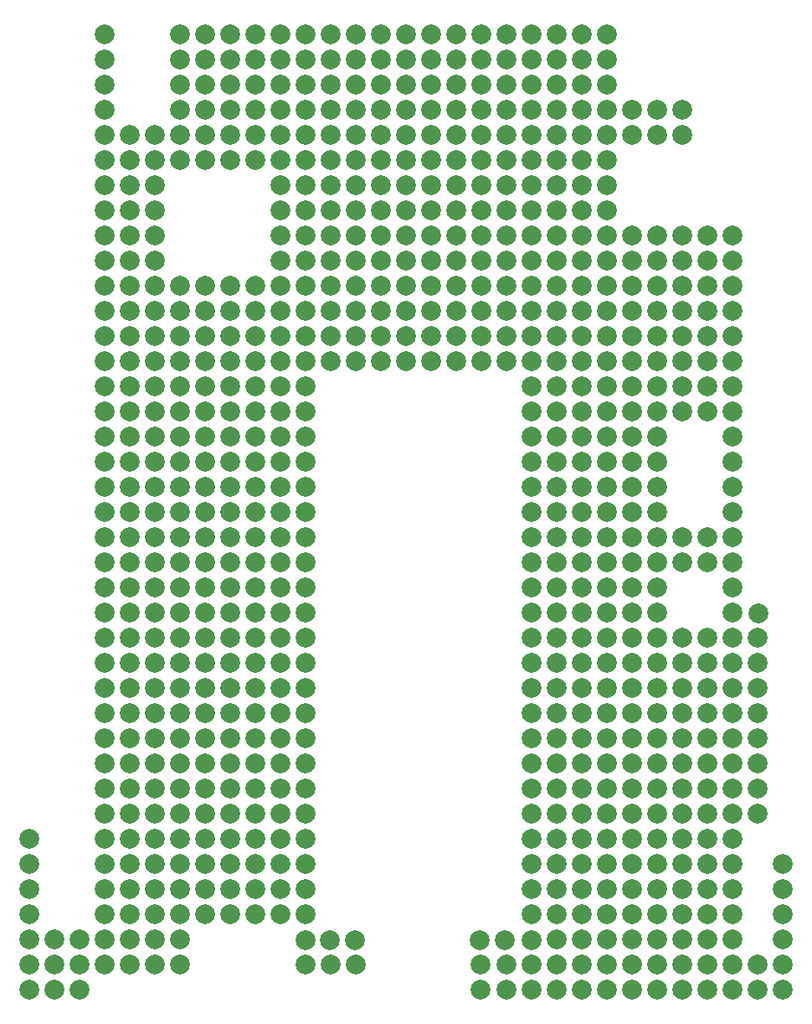
<source format=gbr>
%TF.GenerationSoftware,KiCad,Pcbnew,(6.0.7)*%
%TF.CreationDate,2022-12-29T16:14:02-06:00*%
%TF.ProjectId,DevBoard_Addon,44657642-6f61-4726-945f-4164646f6e2e,0b*%
%TF.SameCoordinates,Original*%
%TF.FileFunction,Soldermask,Bot*%
%TF.FilePolarity,Negative*%
%FSLAX46Y46*%
G04 Gerber Fmt 4.6, Leading zero omitted, Abs format (unit mm)*
G04 Created by KiCad (PCBNEW (6.0.7)) date 2022-12-29 16:14:02*
%MOMM*%
%LPD*%
G01*
G04 APERTURE LIST*
%ADD10C,2.000000*%
G04 APERTURE END LIST*
D10*
%TO.C,REF\u002A\u002A826*%
X163090000Y-90820000D03*
%TD*%
%TO.C,REF\u002A\u002A406*%
X163090000Y-60340000D03*
%TD*%
%TO.C,REF\u002A\u002A332*%
X152930000Y-55260000D03*
%TD*%
%TO.C,REF\u002A\u002A1250*%
X173250000Y-121300000D03*
%TD*%
%TO.C,REF\u002A\u002A1059*%
X132610000Y-108600000D03*
%TD*%
%TO.C,REF\u002A\u002A640*%
X135150000Y-78120000D03*
%TD*%
%TO.C,REF\u002A\u002A1349*%
X155390000Y-128920000D03*
%TD*%
%TO.C,REF\u002A\u002A1180*%
X173250000Y-116220000D03*
%TD*%
%TO.C,REF\u002A\u002A1093*%
X130070000Y-111140000D03*
%TD*%
%TO.C,REF\u002A\u002A1155*%
X109750000Y-116220000D03*
%TD*%
%TO.C,REF\u002A\u002A1261*%
X112290000Y-123840000D03*
%TD*%
%TO.C,REF\u002A\u002A1143*%
X168170000Y-113680000D03*
%TD*%
%TO.C,REF\u002A\u002A342*%
X178330000Y-55260000D03*
%TD*%
%TO.C,REF\u002A\u002A935*%
X173250000Y-98440000D03*
%TD*%
%TO.C,REF\u002A\u002A564*%
X119910000Y-73040000D03*
%TD*%
%TO.C,REF\u002A\u002A459*%
X119910000Y-65420000D03*
%TD*%
%TO.C,REF\u002A\u002A901*%
X175790000Y-95900000D03*
%TD*%
%TO.C,REF\u002A\u002A618*%
X168170000Y-75580000D03*
%TD*%
%TO.C,REF\u002A\u002A494*%
X119910000Y-67960000D03*
%TD*%
%TO.C,REF\u002A\u002A793*%
X168170000Y-88280000D03*
%TD*%
%TO.C,REF\u002A\u002A85*%
X147850000Y-37480000D03*
%TD*%
%TO.C,REF\u002A\u002A223*%
X142770000Y-47640000D03*
%TD*%
%TO.C,REF\u002A\u002A389*%
X119910000Y-60340000D03*
%TD*%
%TO.C,REF\u002A\u002A461*%
X124990000Y-65420000D03*
%TD*%
%TO.C,REF\u002A\u002A1009*%
X183410000Y-103520000D03*
%TD*%
%TO.C,REF\u002A\u002A160*%
X160550000Y-42560000D03*
%TD*%
%TO.C,REF\u002A\u002A434*%
X145310000Y-62880000D03*
%TD*%
%TO.C,REF\u002A\u002A969*%
X170710000Y-100980000D03*
%TD*%
%TO.C,REF\u002A\u002A635*%
X122450000Y-78120000D03*
%TD*%
%TO.C,REF\u002A\u002A470*%
X147850000Y-65420000D03*
%TD*%
%TO.C,REF\u002A\u002A688*%
X168170000Y-80660000D03*
%TD*%
%TO.C,REF\u002A\u002A570*%
X135150000Y-73040000D03*
%TD*%
%TO.C,REF\u002A\u002A250*%
X122450000Y-50180000D03*
%TD*%
%TO.C,REF\u002A\u002A290*%
X135150000Y-52720000D03*
%TD*%
%TO.C,REF\u002A\u002A1198*%
X130070000Y-118760000D03*
%TD*%
%TO.C,REF\u002A\u002A130*%
X173250000Y-40020000D03*
%TD*%
%TO.C,REF\u002A\u002A73*%
X117370000Y-37480000D03*
%TD*%
%TO.C,REF\u002A\u002A1215*%
X173250000Y-118760000D03*
%TD*%
%TO.C,REF\u002A\u002A651*%
X163090000Y-78120000D03*
%TD*%
%TO.C,REF\u002A\u002A707*%
X127530000Y-83200000D03*
%TD*%
%TO.C,REF\u002A\u002A603*%
X130070000Y-75580000D03*
%TD*%
%TO.C,REF\u002A\u002A955*%
X135150000Y-100980000D03*
%TD*%
%TO.C,REF\u002A\u002A1299*%
X119910000Y-126380000D03*
%TD*%
%TO.C,REF\u002A\u002A619*%
X170710000Y-75580000D03*
%TD*%
%TO.C,REF\u002A\u002A1131*%
X137690000Y-113680000D03*
%TD*%
%TO.C,REF\u002A\u002A499*%
X132610000Y-67960000D03*
%TD*%
%TO.C,REF\u002A\u002A477*%
X165630000Y-65420000D03*
%TD*%
%TO.C,REF\u002A\u002A1021*%
X124990000Y-106060000D03*
%TD*%
%TO.C,REF\u002A\u002A1060*%
X135150000Y-108600000D03*
%TD*%
%TO.C,REF\u002A\u002A536*%
X137690000Y-70500000D03*
%TD*%
%TO.C,REF\u002A\u002A583*%
X168170000Y-73040000D03*
%TD*%
%TO.C,REF\u002A\u002A473*%
X155470000Y-65420000D03*
%TD*%
%TO.C,REF\u002A\u002A159*%
X158010000Y-42560000D03*
%TD*%
%TO.C,REF\u002A\u002A672*%
X127530000Y-80660000D03*
%TD*%
%TO.C,REF\u002A\u002A755*%
X160550000Y-85740000D03*
%TD*%
%TO.C,REF\u002A\u002A428*%
X130070000Y-62880000D03*
%TD*%
%TO.C,REF\u002A\u002A1022*%
X127530000Y-106060000D03*
%TD*%
%TO.C,REF\u002A\u002A1141*%
X163090000Y-113680000D03*
%TD*%
%TO.C,REF\u002A\u002A777*%
X127530000Y-88280000D03*
%TD*%
%TO.C,REF\u002A\u002A115*%
X135150000Y-40020000D03*
%TD*%
%TO.C,REF\u002A\u002A307*%
X178330000Y-52720000D03*
%TD*%
%TO.C,REF\u002A\u002A396*%
X137690000Y-60340000D03*
%TD*%
%TO.C,REF\u002A\u002A617*%
X165630000Y-75580000D03*
%TD*%
%TO.C,REF\u002A\u002A152*%
X140230000Y-42560000D03*
%TD*%
%TO.C,REF\u002A\u002A326*%
X137690000Y-55260000D03*
%TD*%
%TO.C,REF\u002A\u002A388*%
X117370000Y-60340000D03*
%TD*%
%TO.C,REF\u002A\u002A155*%
X147850000Y-42560000D03*
%TD*%
%TO.C,REF\u002A\u002A658*%
X180870000Y-78120000D03*
%TD*%
%TO.C,REF\u002A\u002A774*%
X119910000Y-88280000D03*
%TD*%
%TO.C,REF\u002A\u002A516*%
X175790000Y-67960000D03*
%TD*%
%TO.C,REF\u002A\u002A356*%
X124990000Y-57800000D03*
%TD*%
%TO.C,REF\u002A\u002A582*%
X165630000Y-73040000D03*
%TD*%
%TO.C,REF\u002A\u002A863*%
X168170000Y-93360000D03*
%TD*%
%TO.C,REF\u002A\u002A229*%
X158010000Y-47640000D03*
%TD*%
%TO.C,REF\u002A\u002A87*%
X152930000Y-37480000D03*
%TD*%
%TO.C,REF\u002A\u002A530*%
X122450000Y-70500000D03*
%TD*%
%TO.C,REF\u002A\u002A190*%
X147850000Y-45100000D03*
%TD*%
%TO.C,REF\u002A\u002A53*%
X155470000Y-34940000D03*
%TD*%
%TO.C,REF\u002A\u002A1321*%
X175790000Y-126380000D03*
%TD*%
%TO.C,REF\u002A\u002A261*%
X150390000Y-50180000D03*
%TD*%
%TO.C,REF\u002A\u002A1035*%
X160550000Y-106060000D03*
%TD*%
%TO.C,REF\u002A\u002A989*%
X132610000Y-103520000D03*
%TD*%
%TO.C,REF\u002A\u002A1159*%
X119910000Y-116220000D03*
%TD*%
%TO.C,REF\u002A\u002A1284*%
X170710000Y-123840000D03*
%TD*%
%TO.C,REF\u002A\u002A513*%
X168170000Y-67960000D03*
%TD*%
%TO.C,REF\u002A\u002A518*%
X180870000Y-67960000D03*
%TD*%
%TO.C,REF\u002A\u002A423*%
X117370000Y-62880000D03*
%TD*%
%TO.C,REF\u002A\u002A9*%
X132610000Y-32400000D03*
%TD*%
%TO.C,REF\u002A\u002A722*%
X165630000Y-83200000D03*
%TD*%
%TO.C,REF\u002A\u002A185*%
X135150000Y-45100000D03*
%TD*%
%TO.C,REF\u002A\u002A230*%
X160550000Y-47640000D03*
%TD*%
%TO.C,REF\u002A\u002A1106*%
X163090000Y-111140000D03*
%TD*%
%TO.C,REF\u002A\u002A1089*%
X119910000Y-111140000D03*
%TD*%
%TO.C,REF\u002A\u002A675*%
X135150000Y-80660000D03*
%TD*%
%TO.C,REF\u002A\u002A920*%
X135150000Y-98440000D03*
%TD*%
%TO.C,REF\u002A\u002A1225*%
X109750000Y-121300000D03*
%TD*%
%TO.C,REF\u002A\u002A1095*%
X135150000Y-111140000D03*
%TD*%
%TO.C,REF\u002A\u002A391*%
X124990000Y-60340000D03*
%TD*%
%TO.C,REF\u002A\u002A78*%
X130070000Y-37480000D03*
%TD*%
%TO.C,REF\u002A\u002A790*%
X160550000Y-88280000D03*
%TD*%
%TO.C,REF\u002A\u002A1295*%
X109750000Y-126380000D03*
%TD*%
%TO.C,REF\u002A\u002A634*%
X119910000Y-78120000D03*
%TD*%
%TO.C,REF\u002A\u002A373*%
X168170000Y-57800000D03*
%TD*%
%TO.C,REF\u002A\u002A124*%
X158010000Y-40020000D03*
%TD*%
%TO.C,REF\u002A\u002A598*%
X117370000Y-75580000D03*
%TD*%
%TO.C,REF\u002A\u002A885*%
X135150000Y-95900000D03*
%TD*%
%TO.C,REF\u002A\u002A1124*%
X119910000Y-113680000D03*
%TD*%
%TO.C,REF\u002A\u002A458*%
X117370000Y-65420000D03*
%TD*%
%TO.C,REF\u002A\u002A1228*%
X117370000Y-121300000D03*
%TD*%
%TO.C,REF\u002A\u002A1349*%
X158010000Y-128920000D03*
%TD*%
%TO.C,REF\u002A\u002A531*%
X124990000Y-70500000D03*
%TD*%
%TO.C,REF\u002A\u002A1037*%
X165630000Y-106060000D03*
%TD*%
%TO.C,REF\u002A\u002A397*%
X140230000Y-60340000D03*
%TD*%
%TO.C,REF\u002A\u002A1108*%
X168170000Y-111140000D03*
%TD*%
%TO.C,REF\u002A\u002A215*%
X122450000Y-47640000D03*
%TD*%
%TO.C,REF\u002A\u002A432*%
X140230000Y-62880000D03*
%TD*%
%TO.C,REF\u002A\u002A571*%
X137690000Y-73040000D03*
%TD*%
%TO.C,REF\u002A\u002A424*%
X119910000Y-62880000D03*
%TD*%
%TO.C,REF\u002A\u002A813*%
X130070000Y-90820000D03*
%TD*%
%TO.C,REF\u002A\u002A123*%
X155470000Y-40020000D03*
%TD*%
%TO.C,REF\u002A\u002A1212*%
X165630000Y-118760000D03*
%TD*%
%TO.C,REF\u002A\u002A548*%
X168170000Y-70500000D03*
%TD*%
%TO.C,REF\u002A\u002A639*%
X132610000Y-78120000D03*
%TD*%
%TO.C,REF\u002A\u002A568*%
X130070000Y-73040000D03*
%TD*%
%TO.C,REF\u002A\u002A916*%
X124990000Y-98440000D03*
%TD*%
%TO.C,REF\u002A\u002A1245*%
X160550000Y-121300000D03*
%TD*%
%TO.C,REF\u002A\u002A1252*%
X178330000Y-121300000D03*
%TD*%
%TO.C,REF\u002A\u002A932*%
X165630000Y-98440000D03*
%TD*%
%TO.C,REF\u002A\u002A283*%
X117370000Y-52720000D03*
%TD*%
%TO.C,REF\u002A\u002A126*%
X163090000Y-40020000D03*
%TD*%
%TO.C,REF\u002A\u002A812*%
X127530000Y-90820000D03*
%TD*%
%TO.C,REF\u002A\u002A493*%
X117370000Y-67960000D03*
%TD*%
%TO.C,REF\u002A\u002A158*%
X155470000Y-42560000D03*
%TD*%
%TO.C,REF\u002A\u002A180*%
X122450000Y-45100000D03*
%TD*%
%TO.C,REF\u002A\u002A256*%
X137690000Y-50180000D03*
%TD*%
%TO.C,REF\u002A\u002A302*%
X165630000Y-52720000D03*
%TD*%
%TO.C,REF\u002A\u002A303*%
X168170000Y-52720000D03*
%TD*%
%TO.C,REF\u002A\u002A258*%
X142770000Y-50180000D03*
%TD*%
%TO.C,REF\u002A\u002A284*%
X119910000Y-52720000D03*
%TD*%
%TO.C,REF\u002A\u002A914*%
X119910000Y-98440000D03*
%TD*%
%TO.C,REF\u002A\u002A149*%
X132610000Y-42560000D03*
%TD*%
%TO.C,REF\u002A\u002A1076*%
X175790000Y-108600000D03*
%TD*%
%TO.C,REF\u002A\u002A145*%
X122450000Y-42560000D03*
%TD*%
%TO.C,REF\u002A\u002A179*%
X119910000Y-45100000D03*
%TD*%
%TO.C,REF\u002A\u002A721*%
X163090000Y-83200000D03*
%TD*%
%TO.C,REF\u002A\u002A763*%
X180870000Y-85740000D03*
%TD*%
%TO.C,REF\u002A\u002A119*%
X145310000Y-40020000D03*
%TD*%
%TO.C,REF\u002A\u002A227*%
X152930000Y-47640000D03*
%TD*%
%TO.C,REF\u002A\u002A1325*%
X185950000Y-126380000D03*
%TD*%
%TO.C,REF\u002A\u002A616*%
X163090000Y-75580000D03*
%TD*%
%TO.C,REF\u002A\u002A1109*%
X170710000Y-111140000D03*
%TD*%
%TO.C,REF\u002A\u002A182*%
X127530000Y-45100000D03*
%TD*%
%TO.C,REF\u002A\u002A188*%
X142770000Y-45100000D03*
%TD*%
%TO.C,REF\u002A\u002A143*%
X117370000Y-42560000D03*
%TD*%
%TO.C,REF\u002A\u002A57*%
X165630000Y-34940000D03*
%TD*%
%TO.C,REF\u002A\u002A259*%
X145310000Y-50180000D03*
%TD*%
%TO.C,REF\u002A\u002A650*%
X160550000Y-78120000D03*
%TD*%
%TO.C,REF\u002A\u002A498*%
X130070000Y-67960000D03*
%TD*%
%TO.C,REF\u002A\u002A919*%
X132610000Y-98440000D03*
%TD*%
%TO.C,REF\u002A\u002A304*%
X170710000Y-52720000D03*
%TD*%
%TO.C,REF\u002A\u002A390*%
X122450000Y-60340000D03*
%TD*%
%TO.C,REF\u002A\u002A292*%
X140230000Y-52720000D03*
%TD*%
%TO.C,REF\u002A\u002A676*%
X137690000Y-80660000D03*
%TD*%
%TO.C,REF\u002A\u002A1071*%
X163090000Y-108600000D03*
%TD*%
%TO.C,REF\u002A\u002A938*%
X180870000Y-98440000D03*
%TD*%
%TO.C,REF\u002A\u002A264*%
X158010000Y-50180000D03*
%TD*%
%TO.C,REF\u002A\u002A1286*%
X175790000Y-123840000D03*
%TD*%
%TO.C,REF\u002A\u002A1183*%
X180870000Y-116220000D03*
%TD*%
%TO.C,REF\u002A\u002A983*%
X117370000Y-103520000D03*
%TD*%
%TO.C,REF\u002A\u002A1262*%
X114830000Y-123840000D03*
%TD*%
%TO.C,REF\u002A\u002A1041*%
X175790000Y-106060000D03*
%TD*%
%TO.C,REF\u002A\u002A295*%
X147850000Y-52720000D03*
%TD*%
%TO.C,REF\u002A\u002A1300*%
X122450000Y-126380000D03*
%TD*%
%TO.C,REF\u002A\u002A1263*%
X117370000Y-123840000D03*
%TD*%
%TO.C,REF\u002A\u002A741*%
X124990000Y-85740000D03*
%TD*%
%TO.C,REF\u002A\u002A1301*%
X124990000Y-126380000D03*
%TD*%
%TO.C,REF\u002A\u002A738*%
X117370000Y-85740000D03*
%TD*%
%TO.C,REF\u002A\u002A165*%
X173250000Y-42560000D03*
%TD*%
%TO.C,REF\u002A\u002A249*%
X119910000Y-50180000D03*
%TD*%
%TO.C,REF\u002A\u002A601*%
X124990000Y-75580000D03*
%TD*%
%TO.C,REF\u002A\u002A547*%
X165630000Y-70500000D03*
%TD*%
%TO.C,REF\u002A\u002A8*%
X130070000Y-32400000D03*
%TD*%
%TO.C,REF\u002A\u002A878*%
X117370000Y-95900000D03*
%TD*%
%TO.C,REF\u002A\u002A791*%
X163090000Y-88280000D03*
%TD*%
%TO.C,REF\u002A\u002A1247*%
X165630000Y-121300000D03*
%TD*%
%TO.C,REF\u002A\u002A1185*%
X185950000Y-116220000D03*
%TD*%
%TO.C,REF\u002A\u002A196*%
X163090000Y-45100000D03*
%TD*%
%TO.C,REF\u002A\u002A1179*%
X170710000Y-116220000D03*
%TD*%
%TO.C,REF\u002A\u002A407*%
X165630000Y-60340000D03*
%TD*%
%TO.C,REF\u002A\u002A778*%
X130070000Y-88280000D03*
%TD*%
%TO.C,REF\u002A\u002A655*%
X173250000Y-78120000D03*
%TD*%
%TO.C,REF\u002A\u002A939*%
X183410000Y-98440000D03*
%TD*%
%TO.C,REF\u002A\u002A1092*%
X127530000Y-111140000D03*
%TD*%
%TO.C,REF\u002A\u002A440*%
X160550000Y-62880000D03*
%TD*%
%TO.C,REF\u002A\u002A6*%
X124990000Y-32400000D03*
%TD*%
%TO.C,REF\u002A\u002A1023*%
X130070000Y-106060000D03*
%TD*%
%TO.C,REF\u002A\u002A291*%
X137690000Y-52720000D03*
%TD*%
%TO.C,REF\u002A\u002A84*%
X145310000Y-37480000D03*
%TD*%
%TO.C,REF\u002A\u002A495*%
X122450000Y-67960000D03*
%TD*%
%TO.C,REF\u002A\u002A195*%
X160550000Y-45100000D03*
%TD*%
%TO.C,REF\u002A\u002A1164*%
X132610000Y-116220000D03*
%TD*%
%TO.C,REF\u002A\u002A157*%
X152930000Y-42560000D03*
%TD*%
%TO.C,REF\u002A\u002A11*%
X137690000Y-32400000D03*
%TD*%
%TO.C,REF\u002A\u002A865*%
X173250000Y-93360000D03*
%TD*%
%TO.C,REF\u002A\u002A1216*%
X175790000Y-118760000D03*
%TD*%
%TO.C,REF\u002A\u002A1280*%
X160550000Y-123900000D03*
%TD*%
%TO.C,*%
X142700000Y-123900000D03*
%TD*%
%TO.C,REF\u002A\u002A128*%
X168170000Y-40020000D03*
%TD*%
%TO.C,REF\u002A\u002A950*%
X122450000Y-100980000D03*
%TD*%
%TO.C,REF\u002A\u002A966*%
X163090000Y-100980000D03*
%TD*%
%TO.C,REF\u002A\u002A260*%
X147850000Y-50180000D03*
%TD*%
%TO.C,REF\u002A\u002A114*%
X132610000Y-40020000D03*
%TD*%
%TO.C,REF\u002A\u002A248*%
X117370000Y-50180000D03*
%TD*%
%TO.C,REF\u002A\u002A81*%
X137690000Y-37480000D03*
%TD*%
%TO.C,REF\u002A\u002A464*%
X132610000Y-65420000D03*
%TD*%
%TO.C,REF\u002A\u002A1297*%
X114830000Y-126380000D03*
%TD*%
%TO.C,REF\u002A\u002A479*%
X170710000Y-65420000D03*
%TD*%
%TO.C,REF\u002A\u002A194*%
X158010000Y-45100000D03*
%TD*%
%TO.C,REF\u002A\u002A340*%
X173250000Y-55260000D03*
%TD*%
%TO.C,REF\u002A\u002A514*%
X170710000Y-67960000D03*
%TD*%
%TO.C,REF\u002A\u002A23*%
X168170000Y-32400000D03*
%TD*%
%TO.C,REF\u002A\u002A1281*%
X163090000Y-123840000D03*
%TD*%
%TO.C,REF\u002A\u002A895*%
X160550000Y-95900000D03*
%TD*%
%TO.C,REF\u002A\u002A228*%
X155470000Y-47640000D03*
%TD*%
%TO.C,REF\u002A\u002A600*%
X122450000Y-75580000D03*
%TD*%
%TO.C,REF\u002A\u002A869*%
X183410000Y-93360000D03*
%TD*%
%TO.C,REF\u002A\u002A1044*%
X183410000Y-106060000D03*
%TD*%
%TO.C,REF\u002A\u002A1039*%
X170710000Y-106060000D03*
%TD*%
%TO.C,REF\u002A\u002A1148*%
X180870000Y-113680000D03*
%TD*%
%TO.C,REF\u002A\u002A257*%
X140230000Y-50180000D03*
%TD*%
%TO.C,REF\u002A\u002A728*%
X180870000Y-83200000D03*
%TD*%
%TO.C,REF\u002A\u002A1359*%
X183410000Y-128920000D03*
%TD*%
%TO.C,REF\u002A\u002A1000*%
X160550000Y-103520000D03*
%TD*%
%TO.C,REF\u002A\u002A1265*%
X122450000Y-123840000D03*
%TD*%
%TO.C,REF\u002A\u002A623*%
X180870000Y-75580000D03*
%TD*%
%TO.C,REF\u002A\u002A1094*%
X132610000Y-111140000D03*
%TD*%
%TO.C,REF\u002A\u002A829*%
X170710000Y-90820000D03*
%TD*%
%TO.C,REF\u002A\u002A372*%
X165630000Y-57800000D03*
%TD*%
%TO.C,REF\u002A\u002A546*%
X163090000Y-70500000D03*
%TD*%
%TO.C,REF\u002A\u002A151*%
X137690000Y-42560000D03*
%TD*%
%TO.C,REF\u002A\u002A47*%
X140230000Y-34940000D03*
%TD*%
%TO.C,REF\u002A\u002A1008*%
X180870000Y-103520000D03*
%TD*%
%TO.C,REF\u002A\u002A233*%
X168170000Y-47640000D03*
%TD*%
%TO.C,REF\u002A\u002A810*%
X122450000Y-90820000D03*
%TD*%
%TO.C,REF\u002A\u002A899*%
X170710000Y-95900000D03*
%TD*%
%TO.C,REF\u002A\u002A851*%
X137690000Y-93360000D03*
%TD*%
%TO.C,REF\u002A\u002A467*%
X140230000Y-65420000D03*
%TD*%
%TO.C,REF\u002A\u002A265*%
X160550000Y-50180000D03*
%TD*%
%TO.C,REF\u002A\u002A1317*%
X165630000Y-126380000D03*
%TD*%
%TO.C,REF\u002A\u002A76*%
X124990000Y-37480000D03*
%TD*%
%TO.C,REF\u002A\u002A1266*%
X124990000Y-123840000D03*
%TD*%
%TO.C,REF\u002A\u002A285*%
X122450000Y-52720000D03*
%TD*%
%TO.C,REF\u002A\u002A331*%
X150390000Y-55260000D03*
%TD*%
%TO.C,REF\u002A\u002A113*%
X130070000Y-40020000D03*
%TD*%
%TO.C,REF\u002A\u002A336*%
X163090000Y-55260000D03*
%TD*%
%TO.C,REF\u002A\u002A20*%
X160550000Y-32400000D03*
%TD*%
%TO.C,REF\u002A\u002A1130*%
X135150000Y-113680000D03*
%TD*%
%TO.C,REF\u002A\u002A338*%
X168170000Y-55260000D03*
%TD*%
%TO.C,REF\u002A\u002A183*%
X130070000Y-45100000D03*
%TD*%
%TO.C,REF\u002A\u002A1260*%
X109750000Y-123840000D03*
%TD*%
%TO.C,REF\u002A\u002A1110*%
X173250000Y-111140000D03*
%TD*%
%TO.C,REF\u002A\u002A1331*%
X112290000Y-128920000D03*
%TD*%
%TO.C,REF\u002A\u002A669*%
X119910000Y-80660000D03*
%TD*%
%TO.C,REF\u002A\u002A1182*%
X178330000Y-116220000D03*
%TD*%
%TO.C,REF\u002A\u002A50*%
X147850000Y-34940000D03*
%TD*%
%TO.C,REF\u002A\u002A1285*%
X173250000Y-123840000D03*
%TD*%
%TO.C,REF\u002A\u002A1236*%
X137690000Y-121300000D03*
%TD*%
%TO.C,REF\u002A\u002A1358*%
X180870000Y-128920000D03*
%TD*%
%TO.C,REF\u002A\u002A148*%
X130070000Y-42560000D03*
%TD*%
%TO.C,REF\u002A\u002A357*%
X127530000Y-57800000D03*
%TD*%
%TO.C,REF\u002A\u002A1220*%
X185950000Y-118760000D03*
%TD*%
%TO.C,REF\u002A\u002A121*%
X150390000Y-40020000D03*
%TD*%
%TO.C,REF\u002A\u002A792*%
X165630000Y-88280000D03*
%TD*%
%TO.C,REF\u002A\u002A951*%
X124990000Y-100980000D03*
%TD*%
%TO.C,REF\u002A\u002A308*%
X180870000Y-52720000D03*
%TD*%
%TO.C,REF\u002A\u002A472*%
X152930000Y-65420000D03*
%TD*%
%TO.C,REF\u002A\u002A900*%
X173250000Y-95900000D03*
%TD*%
%TO.C,REF\u002A\u002A706*%
X124990000Y-83200000D03*
%TD*%
%TO.C,REF\u002A\u002A1040*%
X173250000Y-106060000D03*
%TD*%
%TO.C,REF\u002A\u002A448*%
X180870000Y-62880000D03*
%TD*%
%TO.C,REF\u002A\u002A426*%
X124990000Y-62880000D03*
%TD*%
%TO.C,REF\u002A\u002A918*%
X130070000Y-98440000D03*
%TD*%
%TO.C,REF\u002A\u002A49*%
X145310000Y-34940000D03*
%TD*%
%TO.C,REF\u002A\u002A184*%
X132610000Y-45100000D03*
%TD*%
%TO.C,REF\u002A\u002A971*%
X175790000Y-100980000D03*
%TD*%
%TO.C,REF\u002A\u002A478*%
X168170000Y-65420000D03*
%TD*%
%TO.C,REF\u002A\u002A1026*%
X137690000Y-106060000D03*
%TD*%
%TO.C,REF\u002A\u002A1160*%
X122450000Y-116220000D03*
%TD*%
%TO.C,REF\u002A\u002A881*%
X124990000Y-95900000D03*
%TD*%
%TO.C,REF\u002A\u002A46*%
X137690000Y-34940000D03*
%TD*%
%TO.C,REF\u002A\u002A404*%
X158010000Y-60340000D03*
%TD*%
%TO.C,REF\u002A\u002A795*%
X173250000Y-88280000D03*
%TD*%
%TO.C,REF\u002A\u002A429*%
X132610000Y-62880000D03*
%TD*%
%TO.C,REF\u002A\u002A156*%
X150390000Y-42560000D03*
%TD*%
%TO.C,REF\u002A\u002A15*%
X147850000Y-32400000D03*
%TD*%
%TO.C,REF\u002A\u002A1235*%
X135150000Y-121300000D03*
%TD*%
%TO.C,REF\u002A\u002A569*%
X132610000Y-73040000D03*
%TD*%
%TO.C,REF\u002A\u002A362*%
X140230000Y-57800000D03*
%TD*%
%TO.C,REF\u002A\u002A1091*%
X124990000Y-111140000D03*
%TD*%
%TO.C,REF\u002A\u002A131*%
X175790000Y-40020000D03*
%TD*%
%TO.C,REF\u002A\u002A550*%
X173250000Y-70500000D03*
%TD*%
%TO.C,REF\u002A\u002A374*%
X170710000Y-57800000D03*
%TD*%
%TO.C,REF\u002A\u002A435*%
X147850000Y-62880000D03*
%TD*%
%TO.C,REF\u002A\u002A584*%
X170710000Y-73040000D03*
%TD*%
%TO.C,REF\u002A\u002A80*%
X135150000Y-37480000D03*
%TD*%
%TO.C,REF\u002A\u002A224*%
X145310000Y-47640000D03*
%TD*%
%TO.C,REF\u002A\u002A368*%
X155470000Y-57800000D03*
%TD*%
%TO.C,REF\u002A\u002A1330*%
X109750000Y-128920000D03*
%TD*%
%TO.C,REF\u002A\u002A990*%
X135150000Y-103520000D03*
%TD*%
%TO.C,REF\u002A\u002A973*%
X180870000Y-100980000D03*
%TD*%
%TO.C,REF\u002A\u002A1181*%
X175790000Y-116220000D03*
%TD*%
%TO.C,REF\u002A\u002A1018*%
X117370000Y-106060000D03*
%TD*%
%TO.C,REF\u002A\u002A758*%
X168170000Y-85740000D03*
%TD*%
%TO.C,REF\u002A\u002A327*%
X140230000Y-55260000D03*
%TD*%
%TO.C,REF\u002A\u002A1088*%
X117370000Y-111140000D03*
%TD*%
%TO.C,REF\u002A\u002A438*%
X155470000Y-62880000D03*
%TD*%
%TO.C,REF\u002A\u002A430*%
X135150000Y-62880000D03*
%TD*%
%TO.C,REF\u002A\u002A703*%
X117370000Y-83200000D03*
%TD*%
%TO.C,REF\u002A\u002A411*%
X175790000Y-60340000D03*
%TD*%
%TO.C,REF\u002A\u002A263*%
X155470000Y-50180000D03*
%TD*%
%TO.C,REF\u002A\u002A38*%
X117370000Y-34940000D03*
%TD*%
%TO.C,REF\u002A\u002A988*%
X130070000Y-103520000D03*
%TD*%
%TO.C,REF\u002A\u002A1166*%
X137690000Y-116220000D03*
%TD*%
%TO.C,REF\u002A\u002A1123*%
X117370000Y-113680000D03*
%TD*%
%TO.C,REF\u002A\u002A1324*%
X183410000Y-126380000D03*
%TD*%
%TO.C,REF\u002A\u002A187*%
X140230000Y-45100000D03*
%TD*%
%TO.C,*%
X157830000Y-123900000D03*
%TD*%
%TO.C,REF\u002A\u002A1306*%
X137690000Y-126380000D03*
%TD*%
%TO.C,REF\u002A\u002A401*%
X150390000Y-60340000D03*
%TD*%
%TO.C,REF\u002A\u002A726*%
X175790000Y-83200000D03*
%TD*%
%TO.C,REF\u002A\u002A933*%
X168170000Y-98440000D03*
%TD*%
%TO.C,REF\u002A\u002A328*%
X142770000Y-55260000D03*
%TD*%
%TO.C,REF\u002A\u002A501*%
X137690000Y-67960000D03*
%TD*%
%TO.C,REF\u002A\u002A1043*%
X180870000Y-106060000D03*
%TD*%
%TO.C,REF\u002A\u002A1006*%
X175790000Y-103520000D03*
%TD*%
%TO.C,REF\u002A\u002A967*%
X165630000Y-100980000D03*
%TD*%
%TO.C,REF\u002A\u002A439*%
X158010000Y-62880000D03*
%TD*%
%TO.C,REF\u002A\u002A460*%
X122450000Y-65420000D03*
%TD*%
%TO.C,REF\u002A\u002A757*%
X165630000Y-85740000D03*
%TD*%
%TO.C,REF\u002A\u002A164*%
X170710000Y-42560000D03*
%TD*%
%TO.C,REF\u002A\u002A431*%
X137690000Y-62880000D03*
%TD*%
%TO.C,REF\u002A\u002A860*%
X160550000Y-93360000D03*
%TD*%
%TO.C,REF\u002A\u002A808*%
X117370000Y-90820000D03*
%TD*%
%TO.C,REF\u002A\u002A1144*%
X170710000Y-113680000D03*
%TD*%
%TO.C,REF\u002A\u002A395*%
X135150000Y-60340000D03*
%TD*%
%TO.C,REF\u002A\u002A225*%
X147850000Y-47640000D03*
%TD*%
%TO.C,REF\u002A\u002A3*%
X117370000Y-32400000D03*
%TD*%
%TO.C,REF\u002A\u002A394*%
X132610000Y-60340000D03*
%TD*%
%TO.C,REF\u002A\u002A1282*%
X165630000Y-123840000D03*
%TD*%
%TO.C,REF\u002A\u002A742*%
X127530000Y-85740000D03*
%TD*%
%TO.C,REF\u002A\u002A886*%
X137690000Y-95900000D03*
%TD*%
%TO.C,REF\u002A\u002A1322*%
X178330000Y-126380000D03*
%TD*%
%TO.C,REF\u002A\u002A1113*%
X180870000Y-111140000D03*
%TD*%
%TO.C,REF\u002A\u002A1354*%
X170710000Y-128920000D03*
%TD*%
%TO.C,REF\u002A\u002A91*%
X163090000Y-37480000D03*
%TD*%
%TO.C,REF\u002A\u002A48*%
X142770000Y-34940000D03*
%TD*%
%TO.C,REF\u002A\u002A83*%
X142770000Y-37480000D03*
%TD*%
%TO.C,REF\u002A\u002A1193*%
X117370000Y-118760000D03*
%TD*%
%TO.C,REF\u002A\u002A1036*%
X163090000Y-106060000D03*
%TD*%
%TO.C,REF\u002A\u002A481*%
X175790000Y-65420000D03*
%TD*%
%TO.C,REF\u002A\u002A533*%
X130070000Y-70500000D03*
%TD*%
%TO.C,REF\u002A\u002A221*%
X137690000Y-47640000D03*
%TD*%
%TO.C,REF\u002A\u002A1314*%
X158010000Y-126380000D03*
%TD*%
%TO.C,REF\u002A\u002A1307*%
X140230000Y-126380000D03*
%TD*%
%TO.C,REF\u002A\u002A198*%
X168170000Y-45100000D03*
%TD*%
%TO.C,REF\u002A\u002A13*%
X142770000Y-32400000D03*
%TD*%
%TO.C,REF\u002A\u002A952*%
X127530000Y-100980000D03*
%TD*%
%TO.C,REF\u002A\u002A150*%
X135150000Y-42560000D03*
%TD*%
%TO.C,REF\u002A\u002A153*%
X142770000Y-42560000D03*
%TD*%
%TO.C,REF\u002A\u002A1200*%
X135150000Y-118760000D03*
%TD*%
%TO.C,REF\u002A\u002A1288*%
X180870000Y-123840000D03*
%TD*%
%TO.C,REF\u002A\u002A798*%
X180870000Y-88280000D03*
%TD*%
%TO.C,REF\u002A\u002A266*%
X163090000Y-50180000D03*
%TD*%
%TO.C,REF\u002A\u002A864*%
X170710000Y-93360000D03*
%TD*%
%TO.C,REF\u002A\u002A710*%
X135150000Y-83200000D03*
%TD*%
%TO.C,REF\u002A\u002A581*%
X163090000Y-73040000D03*
%TD*%
%TO.C,REF\u002A\u002A1360*%
X185950000Y-128920000D03*
%TD*%
%TO.C,REF\u002A\u002A689*%
X170710000Y-80660000D03*
%TD*%
%TO.C,REF\u002A\u002A780*%
X135150000Y-88280000D03*
%TD*%
%TO.C,REF\u002A\u002A1007*%
X178330000Y-103520000D03*
%TD*%
%TO.C,REF\u002A\u002A392*%
X127530000Y-60340000D03*
%TD*%
%TO.C,REF\u002A\u002A563*%
X117370000Y-73040000D03*
%TD*%
%TO.C,REF\u002A\u002A371*%
X163090000Y-57800000D03*
%TD*%
%TO.C,REF\u002A\u002A1316*%
X163090000Y-126380000D03*
%TD*%
%TO.C,REF\u002A\u002A500*%
X135150000Y-67960000D03*
%TD*%
%TO.C,REF\u002A\u002A921*%
X137690000Y-98440000D03*
%TD*%
%TO.C,REF\u002A\u002A1231*%
X124990000Y-121300000D03*
%TD*%
%TO.C,REF\u002A\u002A760*%
X173250000Y-85740000D03*
%TD*%
%TO.C,REF\u002A\u002A690*%
X173250000Y-80660000D03*
%TD*%
%TO.C,REF\u002A\u002A849*%
X132610000Y-93360000D03*
%TD*%
%TO.C,*%
X140140000Y-123900000D03*
%TD*%
%TO.C,REF\u002A\u002A192*%
X152930000Y-45100000D03*
%TD*%
%TO.C,REF\u002A\u002A186*%
X137690000Y-45100000D03*
%TD*%
%TO.C,REF\u002A\u002A1248*%
X168170000Y-121300000D03*
%TD*%
%TO.C,REF\u002A\u002A1158*%
X117370000Y-116220000D03*
%TD*%
%TO.C,REF\u002A\u002A580*%
X160550000Y-73040000D03*
%TD*%
%TO.C,REF\u002A\u002A146*%
X124990000Y-42560000D03*
%TD*%
%TO.C,REF\u002A\u002A468*%
X142770000Y-65420000D03*
%TD*%
%TO.C,REF\u002A\u002A294*%
X145310000Y-52720000D03*
%TD*%
%TO.C,REF\u002A\u002A112*%
X127530000Y-40020000D03*
%TD*%
%TO.C,REF\u002A\u002A442*%
X165630000Y-62880000D03*
%TD*%
%TO.C,REF\u002A\u002A1162*%
X127530000Y-116220000D03*
%TD*%
%TO.C,REF\u002A\u002A232*%
X165630000Y-47640000D03*
%TD*%
%TO.C,REF\u002A\u002A197*%
X165630000Y-45100000D03*
%TD*%
%TO.C,REF\u002A\u002A953*%
X130070000Y-100980000D03*
%TD*%
%TO.C,REF\u002A\u002A108*%
X117370000Y-40020000D03*
%TD*%
%TO.C,REF\u002A\u002A1323*%
X180870000Y-126380000D03*
%TD*%
%TO.C,REF\u002A\u002A930*%
X160550000Y-98440000D03*
%TD*%
%TO.C,REF\u002A\u002A1114*%
X183410000Y-111140000D03*
%TD*%
%TO.C,REF\u002A\u002A89*%
X158010000Y-37480000D03*
%TD*%
%TO.C,REF\u002A\u002A605*%
X135150000Y-75580000D03*
%TD*%
%TO.C,REF\u002A\u002A1128*%
X130070000Y-113680000D03*
%TD*%
%TO.C,REF\u002A\u002A220*%
X135150000Y-47640000D03*
%TD*%
%TO.C,REF\u002A\u002A353*%
X117370000Y-57800000D03*
%TD*%
%TO.C,REF\u002A\u002A354*%
X119910000Y-57800000D03*
%TD*%
%TO.C,REF\u002A\u002A775*%
X122450000Y-88280000D03*
%TD*%
%TO.C,REF\u002A\u002A991*%
X137690000Y-103520000D03*
%TD*%
%TO.C,REF\u002A\u002A1264*%
X119910000Y-123840000D03*
%TD*%
%TO.C,REF\u002A\u002A762*%
X178330000Y-85740000D03*
%TD*%
%TO.C,REF\u002A\u002A949*%
X119910000Y-100980000D03*
%TD*%
%TO.C,REF\u002A\u002A144*%
X119910000Y-42560000D03*
%TD*%
%TO.C,REF\u002A\u002A904*%
X183410000Y-95900000D03*
%TD*%
%TO.C,REF\u002A\u002A970*%
X173250000Y-100980000D03*
%TD*%
%TO.C,REF\u002A\u002A652*%
X165630000Y-78120000D03*
%TD*%
%TO.C,REF\u002A\u002A111*%
X124990000Y-40020000D03*
%TD*%
%TO.C,REF\u002A\u002A43*%
X130070000Y-34940000D03*
%TD*%
%TO.C,REF\u002A\u002A1353*%
X168170000Y-128920000D03*
%TD*%
%TO.C,REF\u002A\u002A917*%
X127530000Y-98440000D03*
%TD*%
%TO.C,REF\u002A\u002A410*%
X173250000Y-60340000D03*
%TD*%
%TO.C,REF\u002A\u002A954*%
X132610000Y-100980000D03*
%TD*%
%TO.C,REF\u002A\u002A1249*%
X170710000Y-121300000D03*
%TD*%
%TO.C,REF\u002A\u002A1019*%
X119910000Y-106060000D03*
%TD*%
%TO.C,REF\u002A\u002A850*%
X135150000Y-93360000D03*
%TD*%
%TO.C,REF\u002A\u002A535*%
X135150000Y-70500000D03*
%TD*%
%TO.C,REF\u002A\u002A1356*%
X175790000Y-128920000D03*
%TD*%
%TO.C,REF\u002A\u002A882*%
X127530000Y-95900000D03*
%TD*%
%TO.C,REF\u002A\u002A833*%
X180870000Y-90820000D03*
%TD*%
%TO.C,REF\u002A\u002A931*%
X163090000Y-98440000D03*
%TD*%
%TO.C,REF\u002A\u002A725*%
X173250000Y-83200000D03*
%TD*%
%TO.C,REF\u002A\u002A7*%
X127530000Y-32400000D03*
%TD*%
%TO.C,REF\u002A\u002A776*%
X124990000Y-88280000D03*
%TD*%
%TO.C,REF\u002A\u002A1061*%
X137690000Y-108600000D03*
%TD*%
%TO.C,REF\u002A\u002A1332*%
X114830000Y-128920000D03*
%TD*%
%TO.C,REF\u002A\u002A471*%
X150390000Y-65420000D03*
%TD*%
%TO.C,REF\u002A\u002A1315*%
X160550000Y-126380000D03*
%TD*%
%TO.C,REF\u002A\u002A466*%
X137690000Y-65420000D03*
%TD*%
%TO.C,REF\u002A\u002A17*%
X152930000Y-32400000D03*
%TD*%
%TO.C,REF\u002A\u002A222*%
X140230000Y-47640000D03*
%TD*%
%TO.C,REF\u002A\u002A936*%
X175790000Y-98440000D03*
%TD*%
%TO.C,REF\u002A\u002A948*%
X117370000Y-100980000D03*
%TD*%
%TO.C,REF\u002A\u002A409*%
X170710000Y-60340000D03*
%TD*%
%TO.C,REF\u002A\u002A913*%
X117370000Y-98440000D03*
%TD*%
%TO.C,*%
X155390000Y-126380000D03*
%TD*%
%TO.C,REF\u002A\u002A987*%
X127530000Y-103520000D03*
%TD*%
%TO.C,REF\u002A\u002A1318*%
X168170000Y-126380000D03*
%TD*%
%TO.C,REF\u002A\u002A189*%
X145310000Y-45100000D03*
%TD*%
%TO.C,REF\u002A\u002A363*%
X142770000Y-57800000D03*
%TD*%
%TO.C,REF\u002A\u002A325*%
X135150000Y-55260000D03*
%TD*%
%TO.C,REF\u002A\u002A1005*%
X173250000Y-103520000D03*
%TD*%
%TO.C,REF\u002A\u002A602*%
X127530000Y-75580000D03*
%TD*%
%TO.C,REF\u002A\u002A343*%
X180870000Y-55260000D03*
%TD*%
%TO.C,REF\u002A\u002A1218*%
X180870000Y-118760000D03*
%TD*%
%TO.C,REF\u002A\u002A22*%
X165630000Y-32400000D03*
%TD*%
%TO.C,REF\u002A\u002A293*%
X142770000Y-52720000D03*
%TD*%
%TO.C,REF\u002A\u002A1178*%
X168170000Y-116220000D03*
%TD*%
%TO.C,REF\u002A\u002A1213*%
X168170000Y-118760000D03*
%TD*%
%TO.C,REF\u002A\u002A1201*%
X137690000Y-118760000D03*
%TD*%
%TO.C,REF\u002A\u002A517*%
X178330000Y-67960000D03*
%TD*%
%TO.C,REF\u002A\u002A1296*%
X112290000Y-126380000D03*
%TD*%
%TO.C,REF\u002A\u002A883*%
X130070000Y-95900000D03*
%TD*%
%TO.C,*%
X183480000Y-90880000D03*
%TD*%
%TO.C,REF\u002A\u002A14*%
X145310000Y-32400000D03*
%TD*%
%TO.C,REF\u002A\u002A985*%
X122450000Y-103520000D03*
%TD*%
%TO.C,REF\u002A\u002A427*%
X127530000Y-62880000D03*
%TD*%
%TO.C,REF\u002A\u002A673*%
X130070000Y-80660000D03*
%TD*%
%TO.C,REF\u002A\u002A515*%
X173250000Y-67960000D03*
%TD*%
%TO.C,REF\u002A\u002A511*%
X163090000Y-67960000D03*
%TD*%
%TO.C,REF\u002A\u002A268*%
X168170000Y-50180000D03*
%TD*%
%TO.C,REF\u002A\u002A897*%
X165630000Y-95900000D03*
%TD*%
%TO.C,REF\u002A\u002A1283*%
X168170000Y-123840000D03*
%TD*%
%TO.C,REF\u002A\u002A366*%
X150390000Y-57800000D03*
%TD*%
%TO.C,REF\u002A\u002A641*%
X137690000Y-78120000D03*
%TD*%
%TO.C,REF\u002A\u002A534*%
X132610000Y-70500000D03*
%TD*%
%TO.C,REF\u002A\u002A1111*%
X175790000Y-111140000D03*
%TD*%
%TO.C,REF\u002A\u002A496*%
X124990000Y-67960000D03*
%TD*%
%TO.C,REF\u002A\u002A1038*%
X168170000Y-106060000D03*
%TD*%
%TO.C,REF\u002A\u002A1056*%
X124990000Y-108600000D03*
%TD*%
%TO.C,REF\u002A\u002A773*%
X117370000Y-88280000D03*
%TD*%
%TO.C,REF\u002A\u002A828*%
X168170000Y-90820000D03*
%TD*%
%TO.C,REF\u002A\u002A92*%
X165630000Y-37480000D03*
%TD*%
%TO.C,REF\u002A\u002A551*%
X175790000Y-70500000D03*
%TD*%
%TO.C,REF\u002A\u002A636*%
X124990000Y-78120000D03*
%TD*%
%TO.C,REF\u002A\u002A1096*%
X137690000Y-111140000D03*
%TD*%
%TO.C,REF\u002A\u002A746*%
X137690000Y-85740000D03*
%TD*%
%TO.C,REF\u002A\u002A413*%
X180870000Y-60340000D03*
%TD*%
%TO.C,REF\u002A\u002A364*%
X145310000Y-57800000D03*
%TD*%
%TO.C,REF\u002A\u002A1127*%
X127530000Y-113680000D03*
%TD*%
%TO.C,REF\u002A\u002A181*%
X124990000Y-45100000D03*
%TD*%
%TO.C,REF\u002A\u002A1002*%
X165630000Y-103520000D03*
%TD*%
%TO.C,REF\u002A\u002A1287*%
X178330000Y-123840000D03*
%TD*%
%TO.C,REF\u002A\u002A400*%
X147850000Y-60340000D03*
%TD*%
%TO.C,REF\u002A\u002A761*%
X175790000Y-85740000D03*
%TD*%
%TO.C,REF\u002A\u002A846*%
X124990000Y-93360000D03*
%TD*%
%TO.C,REF\u002A\u002A1079*%
X183410000Y-108600000D03*
%TD*%
%TO.C,REF\u002A\u002A93*%
X168170000Y-37480000D03*
%TD*%
%TO.C,REF\u002A\u002A510*%
X160550000Y-67960000D03*
%TD*%
%TO.C,REF\u002A\u002A545*%
X160550000Y-70500000D03*
%TD*%
%TO.C,REF\u002A\u002A447*%
X178330000Y-62880000D03*
%TD*%
%TO.C,REF\u002A\u002A462*%
X127530000Y-65420000D03*
%TD*%
%TO.C,REF\u002A\u002A654*%
X170710000Y-78120000D03*
%TD*%
%TO.C,REF\u002A\u002A1320*%
X173250000Y-126380000D03*
%TD*%
%TO.C,REF\u002A\u002A1190*%
X109750000Y-118760000D03*
%TD*%
%TO.C,REF\u002A\u002A809*%
X119910000Y-90820000D03*
%TD*%
%TO.C,REF\u002A\u002A1253*%
X180870000Y-121300000D03*
%TD*%
%TO.C,REF\u002A\u002A704*%
X119910000Y-83200000D03*
%TD*%
%TO.C,REF\u002A\u002A1024*%
X132610000Y-106060000D03*
%TD*%
%TO.C,REF\u002A\u002A902*%
X178330000Y-95900000D03*
%TD*%
%TO.C,REF\u002A\u002A816*%
X137690000Y-90820000D03*
%TD*%
%TO.C,REF\u002A\u002A393*%
X130070000Y-60340000D03*
%TD*%
%TO.C,REF\u002A\u002A1350*%
X160550000Y-128920000D03*
%TD*%
%TO.C,REF\u002A\u002A116*%
X137690000Y-40020000D03*
%TD*%
%TO.C,REF\u002A\u002A723*%
X168170000Y-83200000D03*
%TD*%
%TO.C,REF\u002A\u002A255*%
X135150000Y-50180000D03*
%TD*%
%TO.C,REF\u002A\u002A129*%
X170710000Y-40020000D03*
%TD*%
%TO.C,REF\u002A\u002A1145*%
X173250000Y-113680000D03*
%TD*%
%TO.C,REF\u002A\u002A814*%
X132610000Y-90820000D03*
%TD*%
%TO.C,REF\u002A\u002A552*%
X178330000Y-70500000D03*
%TD*%
%TO.C,REF\u002A\u002A1229*%
X119910000Y-121300000D03*
%TD*%
%TO.C,REF\u002A\u002A1078*%
X180870000Y-108600000D03*
%TD*%
%TO.C,REF\u002A\u002A443*%
X168170000Y-62880000D03*
%TD*%
%TO.C,REF\u002A\u002A437*%
X152930000Y-62880000D03*
%TD*%
%TO.C,REF\u002A\u002A903*%
X180870000Y-95900000D03*
%TD*%
%TO.C,REF\u002A\u002A968*%
X168170000Y-100980000D03*
%TD*%
%TO.C,REF\u002A\u002A483*%
X180870000Y-65420000D03*
%TD*%
%TO.C,REF\u002A\u002A436*%
X150390000Y-62880000D03*
%TD*%
%TO.C,REF\u002A\u002A360*%
X135150000Y-57800000D03*
%TD*%
%TO.C,REF\u002A\u002A306*%
X175790000Y-52720000D03*
%TD*%
%TO.C,REF\u002A\u002A54*%
X158010000Y-34940000D03*
%TD*%
%TO.C,REF\u002A\u002A585*%
X173250000Y-73040000D03*
%TD*%
%TO.C,REF\u002A\u002A1073*%
X168170000Y-108600000D03*
%TD*%
%TO.C,REF\u002A\u002A162*%
X165630000Y-42560000D03*
%TD*%
%TO.C,REF\u002A\u002A299*%
X158010000Y-52720000D03*
%TD*%
%TO.C,REF\u002A\u002A880*%
X122450000Y-95900000D03*
%TD*%
%TO.C,REF\u002A\u002A319*%
X119910000Y-55260000D03*
%TD*%
%TO.C,REF\u002A\u002A412*%
X178330000Y-60340000D03*
%TD*%
%TO.C,REF\u002A\u002A1161*%
X124990000Y-116220000D03*
%TD*%
%TO.C,REF\u002A\u002A1058*%
X130070000Y-108600000D03*
%TD*%
%TO.C,REF\u002A\u002A359*%
X132610000Y-57800000D03*
%TD*%
%TO.C,REF\u002A\u002A884*%
X132610000Y-95900000D03*
%TD*%
%TO.C,REF\u002A\u002A120*%
X147850000Y-40020000D03*
%TD*%
%TO.C,REF\u002A\u002A724*%
X170710000Y-83200000D03*
%TD*%
%TO.C,REF\u002A\u002A463*%
X130070000Y-65420000D03*
%TD*%
%TO.C,REF\u002A\u002A532*%
X127530000Y-70500000D03*
%TD*%
%TO.C,REF\u002A\u002A1053*%
X117370000Y-108600000D03*
%TD*%
%TO.C,REF\u002A\u002A166*%
X175790000Y-42560000D03*
%TD*%
%TO.C,REF\u002A\u002A1234*%
X132610000Y-121300000D03*
%TD*%
%TO.C,REF\u002A\u002A743*%
X130070000Y-85740000D03*
%TD*%
%TO.C,REF\u002A\u002A12*%
X140230000Y-32400000D03*
%TD*%
%TO.C,REF\u002A\u002A779*%
X132610000Y-88280000D03*
%TD*%
%TO.C,REF\u002A\u002A402*%
X152930000Y-60340000D03*
%TD*%
%TO.C,REF\u002A\u002A127*%
X165630000Y-40020000D03*
%TD*%
%TO.C,REF\u002A\u002A1070*%
X160550000Y-108600000D03*
%TD*%
%TO.C,REF\u002A\u002A549*%
X170710000Y-70500000D03*
%TD*%
%TO.C,REF\u002A\u002A781*%
X137690000Y-88280000D03*
%TD*%
%TO.C,REF\u002A\u002A1074*%
X170710000Y-108600000D03*
%TD*%
%TO.C,REF\u002A\u002A213*%
X117370000Y-47640000D03*
%TD*%
%TO.C,REF\u002A\u002A965*%
X160550000Y-100980000D03*
%TD*%
%TO.C,REF\u002A\u002A21*%
X163090000Y-32400000D03*
%TD*%
%TO.C,REF\u002A\u002A425*%
X122450000Y-62880000D03*
%TD*%
%TO.C,REF\u002A\u002A720*%
X160550000Y-83200000D03*
%TD*%
%TO.C,REF\u002A\u002A1352*%
X165630000Y-128920000D03*
%TD*%
%TO.C,REF\u002A\u002A1199*%
X132610000Y-118760000D03*
%TD*%
%TO.C,REF\u002A\u002A1230*%
X122450000Y-121300000D03*
%TD*%
%TO.C,REF\u002A\u002A1077*%
X178330000Y-108600000D03*
%TD*%
%TO.C,REF\u002A\u002A355*%
X122450000Y-57800000D03*
%TD*%
%TO.C,REF\u002A\u002A815*%
X135150000Y-90820000D03*
%TD*%
%TO.C,REF\u002A\u002A1147*%
X178330000Y-113680000D03*
%TD*%
%TO.C,REF\u002A\u002A588*%
X180870000Y-73040000D03*
%TD*%
%TO.C,REF\u002A\u002A1357*%
X178330000Y-128920000D03*
%TD*%
%TO.C,REF\u002A\u002A45*%
X135150000Y-34940000D03*
%TD*%
%TO.C,REF\u002A\u002A226*%
X150390000Y-47640000D03*
%TD*%
%TO.C,REF\u002A\u002A408*%
X168170000Y-60340000D03*
%TD*%
%TO.C,REF\u002A\u002A830*%
X173250000Y-90820000D03*
%TD*%
%TO.C,REF\u002A\u002A1290*%
X185950000Y-123840000D03*
%TD*%
%TO.C,REF\u002A\u002A868*%
X180870000Y-93360000D03*
%TD*%
%TO.C,REF\u002A\u002A231*%
X163090000Y-47640000D03*
%TD*%
%TO.C,REF\u002A\u002A405*%
X160550000Y-60340000D03*
%TD*%
%TO.C,REF\u002A\u002A633*%
X117370000Y-78120000D03*
%TD*%
%TO.C,REF\u002A\u002A843*%
X117370000Y-93360000D03*
%TD*%
%TO.C,REF\u002A\u002A637*%
X127530000Y-78120000D03*
%TD*%
%TO.C,REF\u002A\u002A361*%
X137690000Y-57800000D03*
%TD*%
%TO.C,REF\u002A\u002A44*%
X132610000Y-34940000D03*
%TD*%
%TO.C,REF\u002A\u002A1214*%
X170710000Y-118760000D03*
%TD*%
%TO.C,REF\u002A\u002A118*%
X142770000Y-40020000D03*
%TD*%
%TO.C,REF\u002A\u002A1055*%
X122450000Y-108600000D03*
%TD*%
%TO.C,REF\u002A\u002A1233*%
X130070000Y-121300000D03*
%TD*%
%TO.C,REF\u002A\u002A297*%
X152930000Y-52720000D03*
%TD*%
%TO.C,REF\u002A\u002A214*%
X119910000Y-47640000D03*
%TD*%
%TO.C,REF\u002A\u002A1194*%
X119910000Y-118760000D03*
%TD*%
%TO.C,REF\u002A\u002A1004*%
X170710000Y-103520000D03*
%TD*%
%TO.C,REF\u002A\u002A1196*%
X124990000Y-118760000D03*
%TD*%
%TO.C,REF\u002A\u002A1163*%
X130070000Y-116220000D03*
%TD*%
%TO.C,REF\u002A\u002A41*%
X124990000Y-34940000D03*
%TD*%
%TO.C,REF\u002A\u002A653*%
X168170000Y-78120000D03*
%TD*%
%TO.C,REF\u002A\u002A1175*%
X160550000Y-116220000D03*
%TD*%
%TO.C,REF\u002A\u002A866*%
X175790000Y-93360000D03*
%TD*%
%TO.C,REF\u002A\u002A377*%
X178330000Y-57800000D03*
%TD*%
%TO.C,REF\u002A\u002A705*%
X122450000Y-83200000D03*
%TD*%
%TO.C,REF\u002A\u002A267*%
X165630000Y-50180000D03*
%TD*%
%TO.C,REF\u002A\u002A606*%
X137690000Y-75580000D03*
%TD*%
%TO.C,REF\u002A\u002A956*%
X137690000Y-100980000D03*
%TD*%
%TO.C,REF\u002A\u002A330*%
X147850000Y-55260000D03*
%TD*%
%TO.C,REF\u002A\u002A827*%
X165630000Y-90820000D03*
%TD*%
%TO.C,REF\u002A\u002A300*%
X160550000Y-52720000D03*
%TD*%
%TO.C,REF\u002A\u002A934*%
X170710000Y-98440000D03*
%TD*%
%TO.C,REF\u002A\u002A329*%
X145310000Y-55260000D03*
%TD*%
%TO.C,REF\u002A\u002A469*%
X145310000Y-65420000D03*
%TD*%
%TO.C,REF\u002A\u002A193*%
X155470000Y-45100000D03*
%TD*%
%TO.C,REF\u002A\u002A378*%
X180870000Y-57800000D03*
%TD*%
%TO.C,REF\u002A\u002A898*%
X168170000Y-95900000D03*
%TD*%
%TO.C,REF\u002A\u002A1112*%
X178330000Y-111140000D03*
%TD*%
%TO.C,*%
X142800000Y-126390000D03*
%TD*%
%TO.C,REF\u002A\u002A739*%
X119910000Y-85740000D03*
%TD*%
%TO.C,REF\u002A\u002A301*%
X163090000Y-52720000D03*
%TD*%
%TO.C,REF\u002A\u002A1195*%
X122450000Y-118760000D03*
%TD*%
%TO.C,REF\u002A\u002A745*%
X135150000Y-85740000D03*
%TD*%
%TO.C,REF\u002A\u002A52*%
X152930000Y-34940000D03*
%TD*%
%TO.C,REF\u002A\u002A984*%
X119910000Y-103520000D03*
%TD*%
%TO.C,REF\u002A\u002A480*%
X173250000Y-65420000D03*
%TD*%
%TO.C,REF\u002A\u002A1025*%
X135150000Y-106060000D03*
%TD*%
%TO.C,REF\u002A\u002A1126*%
X124990000Y-113680000D03*
%TD*%
%TO.C,REF\u002A\u002A896*%
X163090000Y-95900000D03*
%TD*%
%TO.C,REF\u002A\u002A528*%
X117370000Y-70500000D03*
%TD*%
%TO.C,REF\u002A\u002A1054*%
X119910000Y-108600000D03*
%TD*%
%TO.C,REF\u002A\u002A335*%
X160550000Y-55260000D03*
%TD*%
%TO.C,REF\u002A\u002A1020*%
X122450000Y-106060000D03*
%TD*%
%TO.C,REF\u002A\u002A88*%
X155470000Y-37480000D03*
%TD*%
%TO.C,REF\u002A\u002A1251*%
X175790000Y-121300000D03*
%TD*%
%TO.C,REF\u002A\u002A671*%
X124990000Y-80660000D03*
%TD*%
%TO.C,REF\u002A\u002A465*%
X135150000Y-65420000D03*
%TD*%
%TO.C,REF\u002A\u002A82*%
X140230000Y-37480000D03*
%TD*%
%TO.C,REF\u002A\u002A16*%
X150390000Y-32400000D03*
%TD*%
%TO.C,REF\u002A\u002A529*%
X119910000Y-70500000D03*
%TD*%
%TO.C,REF\u002A\u002A334*%
X158010000Y-55260000D03*
%TD*%
%TO.C,REF\u002A\u002A638*%
X130070000Y-78120000D03*
%TD*%
%TO.C,REF\u002A\u002A825*%
X160550000Y-90820000D03*
%TD*%
%TO.C,REF\u002A\u002A1351*%
X163090000Y-128920000D03*
%TD*%
%TO.C,REF\u002A\u002A727*%
X178330000Y-83200000D03*
%TD*%
%TO.C,REF\u002A\u002A446*%
X175790000Y-62880000D03*
%TD*%
%TO.C,REF\u002A\u002A1217*%
X178330000Y-118760000D03*
%TD*%
%TO.C,REF\u002A\u002A1197*%
X127530000Y-118760000D03*
%TD*%
%TO.C,REF\u002A\u002A986*%
X124990000Y-103520000D03*
%TD*%
%TO.C,REF\u002A\u002A848*%
X130070000Y-93360000D03*
%TD*%
%TO.C,REF\u002A\u002A51*%
X150390000Y-34940000D03*
%TD*%
%TO.C,REF\u002A\u002A709*%
X132610000Y-83200000D03*
%TD*%
%TO.C,REF\u002A\u002A369*%
X158010000Y-57800000D03*
%TD*%
%TO.C,REF\u002A\u002A56*%
X163090000Y-34940000D03*
%TD*%
%TO.C,REF\u002A\u002A1003*%
X168170000Y-103520000D03*
%TD*%
%TO.C,REF\u002A\u002A604*%
X132610000Y-75580000D03*
%TD*%
%TO.C,REF\u002A\u002A620*%
X173250000Y-75580000D03*
%TD*%
%TO.C,REF\u002A\u002A58*%
X168170000Y-34940000D03*
%TD*%
%TO.C,REF\u002A\u002A1271*%
X137690000Y-123900000D03*
%TD*%
%TO.C,REF\u002A\u002A1120*%
X109750000Y-113680000D03*
%TD*%
%TO.C,REF\u002A\u002A79*%
X132610000Y-37480000D03*
%TD*%
%TO.C,REF\u002A\u002A567*%
X127530000Y-73040000D03*
%TD*%
%TO.C,REF\u002A\u002A1075*%
X173250000Y-108600000D03*
%TD*%
%TO.C,REF\u002A\u002A19*%
X158010000Y-32400000D03*
%TD*%
%TO.C,REF\u002A\u002A711*%
X137690000Y-83200000D03*
%TD*%
%TO.C,REF\u002A\u002A862*%
X165630000Y-93360000D03*
%TD*%
%TO.C,REF\u002A\u002A1142*%
X165630000Y-113680000D03*
%TD*%
%TO.C,REF\u002A\u002A674*%
X132610000Y-80660000D03*
%TD*%
%TO.C,REF\u002A\u002A686*%
X163090000Y-80660000D03*
%TD*%
%TO.C,REF\u002A\u002A1107*%
X165630000Y-111140000D03*
%TD*%
%TO.C,REF\u002A\u002A178*%
X117370000Y-45100000D03*
%TD*%
%TO.C,REF\u002A\u002A475*%
X160550000Y-65420000D03*
%TD*%
%TO.C,REF\u002A\u002A497*%
X127530000Y-67960000D03*
%TD*%
%TO.C,REF\u002A\u002A1176*%
X163090000Y-116220000D03*
%TD*%
%TO.C,REF\u002A\u002A937*%
X178330000Y-98440000D03*
%TD*%
%TO.C,REF\u002A\u002A147*%
X127530000Y-42560000D03*
%TD*%
%TO.C,REF\u002A\u002A1129*%
X132610000Y-113680000D03*
%TD*%
%TO.C,REF\u002A\u002A1105*%
X160550000Y-111140000D03*
%TD*%
%TO.C,REF\u002A\u002A375*%
X173250000Y-57800000D03*
%TD*%
%TO.C,REF\u002A\u002A117*%
X140230000Y-40020000D03*
%TD*%
%TO.C,REF\u002A\u002A444*%
X170710000Y-62880000D03*
%TD*%
%TO.C,REF\u002A\u002A1319*%
X170710000Y-126380000D03*
%TD*%
%TO.C,REF\u002A\u002A740*%
X122450000Y-85740000D03*
%TD*%
%TO.C,REF\u002A\u002A668*%
X117370000Y-80660000D03*
%TD*%
%TO.C,REF\u002A\u002A1165*%
X135150000Y-116220000D03*
%TD*%
%TO.C,REF\u002A\u002A756*%
X163090000Y-85740000D03*
%TD*%
%TO.C,REF\u002A\u002A565*%
X122450000Y-73040000D03*
%TD*%
%TO.C,REF\u002A\u002A1001*%
X163090000Y-103520000D03*
%TD*%
%TO.C,REF\u002A\u002A845*%
X122450000Y-93360000D03*
%TD*%
%TO.C,REF\u002A\u002A915*%
X122450000Y-98440000D03*
%TD*%
%TO.C,REF\u002A\u002A161*%
X163090000Y-42560000D03*
%TD*%
%TO.C,REF\u002A\u002A367*%
X152930000Y-57800000D03*
%TD*%
%TO.C,REF\u002A\u002A318*%
X117370000Y-55260000D03*
%TD*%
%TO.C,REF\u002A\u002A122*%
X152930000Y-40020000D03*
%TD*%
%TO.C,REF\u002A\u002A333*%
X155470000Y-55260000D03*
%TD*%
%TO.C,REF\u002A\u002A687*%
X165630000Y-80660000D03*
%TD*%
%TO.C,REF\u002A\u002A296*%
X150390000Y-52720000D03*
%TD*%
%TO.C,REF\u002A\u002A599*%
X119910000Y-75580000D03*
%TD*%
%TO.C,REF\u002A\u002A403*%
X155470000Y-60340000D03*
%TD*%
%TO.C,REF\u002A\u002A974*%
X183410000Y-100980000D03*
%TD*%
%TO.C,REF\u002A\u002A879*%
X119910000Y-95900000D03*
%TD*%
%TO.C,REF\u002A\u002A615*%
X160550000Y-75580000D03*
%TD*%
%TO.C,REF\u002A\u002A1042*%
X178330000Y-106060000D03*
%TD*%
%TO.C,REF\u002A\u002A125*%
X160550000Y-40020000D03*
%TD*%
%TO.C,REF\u002A\u002A339*%
X170710000Y-55260000D03*
%TD*%
%TO.C,REF\u002A\u002A10*%
X135150000Y-32400000D03*
%TD*%
%TO.C,REF\u002A\u002A1298*%
X117370000Y-126380000D03*
%TD*%
%TO.C,REF\u002A\u002A77*%
X127530000Y-37480000D03*
%TD*%
%TO.C,REF\u002A\u002A512*%
X165630000Y-67960000D03*
%TD*%
%TO.C,REF\u002A\u002A476*%
X163090000Y-65420000D03*
%TD*%
%TO.C,REF\u002A\u002A482*%
X178330000Y-65420000D03*
%TD*%
%TO.C,REF\u002A\u002A163*%
X168170000Y-42560000D03*
%TD*%
%TO.C,REF\u002A\u002A55*%
X160550000Y-34940000D03*
%TD*%
%TO.C,REF\u002A\u002A1355*%
X173250000Y-128920000D03*
%TD*%
%TO.C,REF\u002A\u002A1232*%
X127530000Y-121300000D03*
%TD*%
%TO.C,REF\u002A\u002A1140*%
X160550000Y-113680000D03*
%TD*%
%TO.C,REF\u002A\u002A42*%
X127530000Y-34940000D03*
%TD*%
%TO.C,REF\u002A\u002A1255*%
X185950000Y-121300000D03*
%TD*%
%TO.C,REF\u002A\u002A847*%
X127530000Y-93360000D03*
%TD*%
%TO.C,REF\u002A\u002A1057*%
X127530000Y-108600000D03*
%TD*%
%TO.C,REF\u002A\u002A154*%
X145310000Y-42560000D03*
%TD*%
%TO.C,REF\u002A\u002A320*%
X122450000Y-55260000D03*
%TD*%
%TO.C,REF\u002A\u002A844*%
X119910000Y-93360000D03*
%TD*%
%TO.C,REF\u002A\u002A566*%
X124990000Y-73040000D03*
%TD*%
%TO.C,REF\u002A\u002A867*%
X178330000Y-93360000D03*
%TD*%
%TO.C,REF\u002A\u002A365*%
X147850000Y-57800000D03*
%TD*%
%TO.C,REF\u002A\u002A811*%
X124990000Y-90820000D03*
%TD*%
%TO.C,REF\u002A\u002A972*%
X178330000Y-100980000D03*
%TD*%
%TO.C,REF\u002A\u002A86*%
X150390000Y-37480000D03*
%TD*%
%TO.C,*%
X155320000Y-123900000D03*
%TD*%
%TO.C,REF\u002A\u002A474*%
X158010000Y-65420000D03*
%TD*%
%TO.C,REF\u002A\u002A337*%
X165630000Y-55260000D03*
%TD*%
%TO.C,REF\u002A\u002A341*%
X175790000Y-55260000D03*
%TD*%
%TO.C,REF\u002A\u002A18*%
X155470000Y-32400000D03*
%TD*%
%TO.C,REF\u002A\u002A358*%
X130070000Y-57800000D03*
%TD*%
%TO.C,REF\u002A\u002A441*%
X163090000Y-62880000D03*
%TD*%
%TO.C,REF\u002A\u002A298*%
X155470000Y-52720000D03*
%TD*%
%TO.C,REF\u002A\u002A693*%
X180870000Y-80660000D03*
%TD*%
%TO.C,REF\u002A\u002A398*%
X142770000Y-60340000D03*
%TD*%
%TO.C,REF\u002A\u002A708*%
X130070000Y-83200000D03*
%TD*%
%TO.C,REF\u002A\u002A90*%
X160550000Y-37480000D03*
%TD*%
%TO.C,REF\u002A\u002A370*%
X160550000Y-57800000D03*
%TD*%
%TO.C,REF\u002A\u002A191*%
X150390000Y-45100000D03*
%TD*%
%TO.C,REF\u002A\u002A861*%
X163090000Y-93360000D03*
%TD*%
%TO.C,REF\u002A\u002A744*%
X132610000Y-85740000D03*
%TD*%
%TO.C,REF\u002A\u002A685*%
X160550000Y-80660000D03*
%TD*%
%TO.C,REF\u002A\u002A376*%
X175790000Y-57800000D03*
%TD*%
%TO.C,REF\u002A\u002A1146*%
X175790000Y-113680000D03*
%TD*%
%TO.C,REF\u002A\u002A1072*%
X165630000Y-108600000D03*
%TD*%
%TO.C,REF\u002A\u002A262*%
X152930000Y-50180000D03*
%TD*%
%TO.C,REF\u002A\u002A670*%
X122450000Y-80660000D03*
%TD*%
%TO.C,REF\u002A\u002A433*%
X142770000Y-62880000D03*
%TD*%
%TO.C,REF\u002A\u002A305*%
X173250000Y-52720000D03*
%TD*%
%TO.C,REF\u002A\u002A1211*%
X163090000Y-118760000D03*
%TD*%
%TO.C,REF\u002A\u002A759*%
X170710000Y-85740000D03*
%TD*%
%TO.C,REF\u002A\u002A794*%
X170710000Y-88280000D03*
%TD*%
%TO.C,REF\u002A\u002A1246*%
X163090000Y-121300000D03*
%TD*%
%TO.C,REF\u002A\u002A445*%
X173250000Y-62880000D03*
%TD*%
%TO.C,REF\u002A\u002A1090*%
X122450000Y-111140000D03*
%TD*%
%TO.C,REF\u002A\u002A1210*%
X160550000Y-118760000D03*
%TD*%
%TO.C,REF\u002A\u002A1125*%
X122450000Y-113680000D03*
%TD*%
%TO.C,REF\u002A\u002A1177*%
X165630000Y-116220000D03*
%TD*%
%TO.C,REF\u002A\u002A399*%
X145310000Y-60340000D03*
%TD*%
%TO.C,REF\u002A\u002A553*%
X180870000Y-70500000D03*
%TD*%
M02*

</source>
